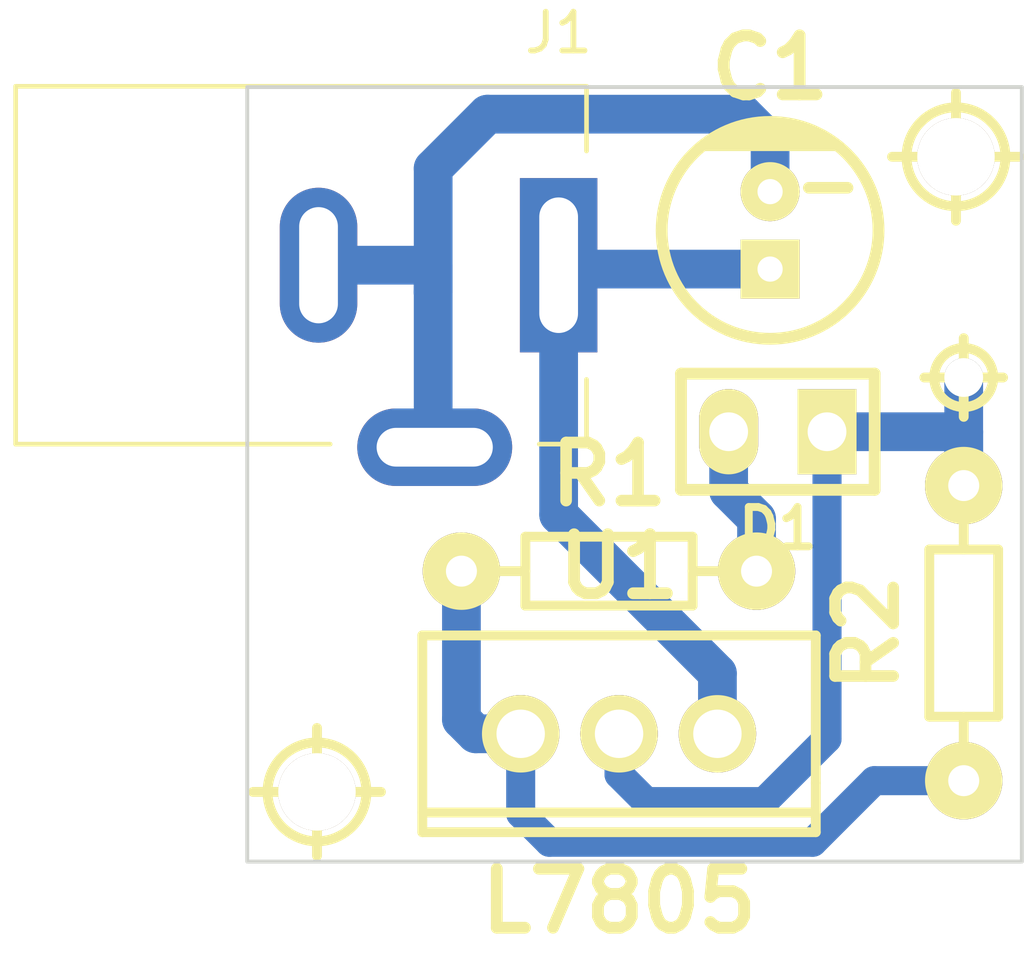
<source format=kicad_pcb>
(kicad_pcb (version 20221018) (generator pcbnew)
  (layers (0 "F.Cu" signal) (31 "B.Cu" signal) (34 "B.Paste" user) (35 "F.Paste" user) (36 "B.SilkS" user "B.Silkscreen") (37 "F.SilkS" user "F.Silkscreen") (38 "B.Mask" user) (39 "F.Mask" user) (44 "Edge.Cuts" user))
  (net 0 "")
  (net 1 "Net-(U1-IN)")
  (net 2 "GND")
  (net 3 "Net-(D1-K)")
  (net 4 "Net-(D1-A)")
  (net 5 "Net-(U1-OUT)")
  (footprint "EESTN5:Pin_strip_2" (layer "F.Cu") (at 73.7 48.9 180)
    (fp_text reference "D1" (at 0 -2.5) (layer "F.SilkS") (effects (font (size 1.016 1.016) (thickness 0.2032))))
    (fp_text value "LED" hide)
    (fp_line (start -2.5 -1.5) (end 2.5 -1.5) (stroke (width 0.3048)) (layer "F.SilkS"))
    (fp_line (start -2.5 1.5) (end -2.5 -1.5) (stroke (width 0.3048)) (layer "F.SilkS"))
    (fp_line (start 2.5 -1.5) (end 2.5 1.5) (stroke (width 0.3048)) (layer "F.SilkS"))
    (fp_line (start 2.5 1.5) (end -2.5 1.5) (stroke (width 0.3048)) (layer "F.SilkS"))
    (pad "1" thru_hole rect (at -1.27 0 180) (size 1.524 2.19964) (drill 1.00076) (layers "*.Cu" "*.Mask" "F.SilkS") (net 3 "Net-(D1-K)"))
    (pad "2" thru_hole oval (at 1.27 0 180) (size 1.524 2.19964) (drill 1.00076) (layers "*.Cu" "*.Mask" "F.SilkS") (net 4 "Net-(D1-A)"))
  )
  (footprint "Connector_BarrelJack:BarrelJack_Kycon_KLDX-0202-xC_Horizontal" (layer "F.Cu") (at 68.04 44.6)
    (fp_text reference "J1" (at 0 -6 unlocked) (layer "F.SilkS"))
    (fp_text value "Jack DC")
    (fp_line (start -14.02 -4.62) (end -14.02 4.62) (stroke (width 0.12)) (layer "F.SilkS"))
    (fp_line (start -14.02 4.62) (end -5.9 4.62) (stroke (width 0.12)) (layer "F.SilkS"))
    (fp_line (start -0.5 4.62) (end 0.72 4.62) (stroke (width 0.12)) (layer "F.SilkS"))
    (fp_line (start 0.72 -4.62) (end -14.02 -4.62) (stroke (width 0.12)) (layer "F.SilkS"))
    (fp_line (start 0.72 -2.95) (end 0.72 -4.62) (stroke (width 0.12)) (layer "F.SilkS"))
    (fp_line (start 0.72 4.62) (end 0.72 2.95) (stroke (width 0.12)) (layer "F.SilkS"))
    (pad "1" thru_hole rect (at 0 0) (size 2 4.5) (drill oval 1 3.5) (layers "*.Cu" "*.Mask") (net 1 "Net-(U1-IN)"))
    (pad "2" thru_hole oval (at -6.2 0) (size 2 4) (drill oval 1 3) (layers "*.Cu" "*.Mask") (net 2 "GND"))
    (pad "3" thru_hole oval (at -3.2 4.7 90) (size 2 4) (drill oval 1 3) (layers "*.Cu" "*.Mask") (net 2 "GND"))
  )
  (footprint "EESTN5:CAP_ELEC_5x11mm" (layer "F.Cu") (at 73.5 43.7)
    (fp_text reference "C1" (at 0 -4.2) (layer "F.SilkS") (effects (font (size 1.524 1.524) (thickness 0.3048))))
    (fp_text value "100uF 25v" hide)
    (fp_line (start -1.7 -2.2) (end 1.7 -2.2) (stroke (width 0.3048)) (layer "F.SilkS"))
    (fp_line (start -1.3 -2.4) (end 1.3 -2.4) (stroke (width 0.3048)) (layer "F.SilkS"))
    (fp_line (start -0.8 -2.6) (end 0.8 -2.6) (stroke (width 0.3048)) (layer "F.SilkS"))
    (fp_line (start 1 -1.1) (end 2 -1.1) (stroke (width 0.3)) (layer "F.SilkS"))
    (fp_circle (center 0 0) (end 2.8 0) (stroke (width 0.3048)) (fill none) (layer "F.SilkS"))
    (pad "1" thru_hole rect (at 0 1) (size 1.524 1.524) (drill 0.65) (layers "*.Cu" "*.Mask" "F.SilkS") (net 1 "Net-(U1-IN)"))
    (pad "2" thru_hole circle (at 0 -1) (size 1.524 1.524) (drill 0.65) (layers "*.Cu" "*.Mask" "F.SilkS") (net 2 "GND"))
  )
  (footprint "EESTN5:TO-220" (layer "F.Cu") (at 69.6 56.7 180)
    (fp_text reference "U1" (at 0 4.318) (layer "F.SilkS") (effects (font (size 1.524 1.524) (thickness 0.3048))))
    (fp_text value "L7805" (at 0 -4.318) (layer "F.SilkS") (effects (font (size 1.524 1.524) (thickness 0.3048))))
    (fp_line (start -5.08 -2.54) (end -5.08 -1.27) (stroke (width 0.254)) (layer "F.SilkS"))
    (fp_line (start -5.08 -2.032) (end 5.08 -2.032) (stroke (width 0.254)) (layer "F.SilkS"))
    (fp_line (start -5.08 -1.27) (end -5.08 2.54) (stroke (width 0.254)) (layer "F.SilkS"))
    (fp_line (start -5.08 2.54) (end 5.08 2.54) (stroke (width 0.254)) (layer "F.SilkS"))
    (fp_line (start 5.08 -2.54) (end -5.08 -2.54) (stroke (width 0.254)) (layer "F.SilkS"))
    (fp_line (start 5.08 2.54) (end 5.08 -2.54) (stroke (width 0.254)) (layer "F.SilkS"))
    (pad "1" thru_hole circle (at -2.54 0 180) (size 2 2) (drill 1.24968) (layers "*.Cu" "*.Mask" "F.SilkS") (net 1 "Net-(U1-IN)"))
    (pad "2" thru_hole circle (at 0 0 180) (size 2 2) (drill 1.24968) (layers "*.Cu" "*.Mask" "F.SilkS") (net 3 "Net-(D1-K)"))
    (pad "3" thru_hole circle (at 2.54 0 180) (size 2 2) (drill 1.24968) (layers "*.Cu" "*.Mask" "F.SilkS") (net 5 "Net-(U1-OUT)"))
  )
  (footprint "EESTN5:hole_2mm" (layer "F.Cu") (at 78.3 41.8)
    (fp_text reference "hole_2mm" hide)
    (fp_text value "VAL**" hide)
    (fp_line (start -1.651 0) (end 1.651 0) (stroke (width 0.254)) (layer "F.SilkS"))
    (fp_line (start 0 -1.651) (end 0 1.651) (stroke (width 0.254)) (layer "F.SilkS"))
    (fp_circle (center 0 0) (end 1.27 -0.127) (stroke (width 0.254)) (fill none) (layer "F.SilkS"))
    (pad "1" thru_hole circle (at 0 0) (size 1.99898 1.99898) (drill 1.99898) (layers "*.Cu" "F.SilkS"))
  )
  (footprint "EESTN5:hole_1mm" (layer "F.Cu") (at 78.5 47.5)
    (fp_text reference "J2" hide)
    (fp_text value "salida" hide)
    (fp_line (start -1.016 0) (end 1.016 0) (stroke (width 0.254)) (layer "F.SilkS"))
    (fp_line (start 0 -1.016) (end 0 1.016) (stroke (width 0.254)) (layer "F.SilkS"))
    (fp_circle (center 0 0) (end 0.762 0) (stroke (width 0.254)) (fill none) (layer "F.SilkS"))
    (pad "1" thru_hole circle (at 0 0) (size 1.00076 1.00076) (drill 1.00076) (layers "*.Cu" "F.SilkS") (net 3 "Net-(D1-K)"))
  )
  (footprint "EESTN5:RES0.3" (layer "F.Cu") (at 69.34 52.5)
    (fp_text reference "R1" (at 0 -2.5) (layer "F.SilkS") (effects (font (size 1.5 1.5) (thickness 0.3))))
    (fp_text value "330" hide)
    (fp_line (start -2.159 -0.889) (end -2.159 0.889) (stroke (width 0.254)) (layer "F.SilkS"))
    (fp_line (start -2.159 0) (end -3.81 0) (stroke (width 0.254)) (layer "F.SilkS"))
    (fp_line (start -2.159 0.889) (end 2.159 0.889) (stroke (width 0.254)) (layer "F.SilkS"))
    (fp_line (start 2.159 -0.889) (end -2.159 -0.889) (stroke (width 0.254)) (layer "F.SilkS"))
    (fp_line (start 2.159 0) (end 3.81 0) (stroke (width 0.254)) (layer "F.SilkS"))
    (fp_line (start 2.159 0.889) (end 2.159 -0.889) (stroke (width 0.254)) (layer "F.SilkS"))
    (pad "1" thru_hole circle (at -3.81 0) (size 1.99898 1.99898) (drill 0.8001) (layers "*.Cu" "*.Mask" "F.SilkS") (net 5 "Net-(U1-OUT)"))
    (pad "2" thru_hole circle (at 3.81 0) (size 1.99898 1.99898) (drill 0.8001) (layers "*.Cu" "*.Mask" "F.SilkS") (net 4 "Net-(D1-A)"))
  )
  (footprint "EESTN5:RES0.3" (layer "F.Cu") (at 78.5 54.1 90)
    (fp_text reference "R2" (at 0 -2.5 90) (layer "F.SilkS") (effects (font (size 1.5 1.5) (thickness 0.3))))
    (fp_text value "22 2W" hide)
    (fp_line (start -2.159 -0.889) (end -2.159 0.889) (stroke (width 0.254)) (layer "F.SilkS"))
    (fp_line (start -2.159 0) (end -3.81 0) (stroke (width 0.254)) (layer "F.SilkS"))
    (fp_line (start -2.159 0.889) (end 2.159 0.889) (stroke (width 0.254)) (layer "F.SilkS"))
    (fp_line (start 2.159 -0.889) (end -2.159 -0.889) (stroke (width 0.254)) (layer "F.SilkS"))
    (fp_line (start 2.159 0) (end 3.81 0) (stroke (width 0.254)) (layer "F.SilkS"))
    (fp_line (start 2.159 0.889) (end 2.159 -0.889) (stroke (width 0.254)) (layer "F.SilkS"))
    (pad "1" thru_hole circle (at -3.81 0 90) (size 1.99898 1.99898) (drill 0.8001) (layers "*.Cu" "*.Mask" "F.SilkS") (net 5 "Net-(U1-OUT)"))
    (pad "2" thru_hole circle (at 3.81 0 90) (size 1.99898 1.99898) (drill 0.8001) (layers "*.Cu" "*.Mask" "F.SilkS") (net 3 "Net-(D1-K)"))
  )
  (footprint "EESTN5:hole_2mm" (layer "F.Cu") (at 61.8 58.2)
    (fp_text reference "hole_2mm" hide)
    (fp_text value "VAL**" hide)
    (fp_line (start -1.651 0) (end 1.651 0) (stroke (width 0.254)) (layer "F.SilkS"))
    (fp_line (start 0 -1.651) (end 0 1.651) (stroke (width 0.254)) (layer "F.SilkS"))
    (fp_circle (center 0 0) (end 1.27 -0.127) (stroke (width 0.254)) (fill none) (layer "F.SilkS"))
    (pad "1" thru_hole circle (at 0 0) (size 1.99898 1.99898) (drill 1.99898) (layers "*.Cu" "F.SilkS"))
  )
  (gr_rect (start 60 40) (end 80 60) (stroke (width 0.1)) (fill none) (layer "Edge.Cuts"))
  (segment (start 68.04 44.6) (end 68.04 51.04) (width 1) (layer "B.Cu") (net 1))
  (segment (start 72.14 55.14) (end 72.14 56.7) (width 1) (layer "B.Cu") (net 1))
  (segment (start 68.04 51.04) (end 72.14 55.14) (width 1) (layer "B.Cu") (net 1))
  (segment (start 73.5 44.7) (end 68.14 44.7) (width 1) (layer "B.Cu") (net 1))
  (segment (start 68.14 44.7) (end 68.04 44.6) (width 1) (layer "B.Cu") (net 1))
  (segment (start 66.2 40.7) (end 72.8 40.7) (width 1) (layer "B.Cu") (net 2))
  (segment (start 64.8 45.3) (end 64.8 42.1) (width 1) (layer "B.Cu") (net 2))
  (segment (start 72.8 40.7) (end 73.5 41.4) (width 1) (layer "B.Cu") (net 2))
  (segment (start 61.84 44.6) (end 64.8 44.6) (width 1) (layer "B.Cu") (net 2))
  (segment (start 64.8 49.26) (end 64.84 49.3) (width 1) (layer "B.Cu") (net 2))
  (segment (start 73.5 41.4) (end 73.5 42.7) (width 1) (layer "B.Cu") (net 2))
  (segment (start 64.8 45.3) (end 64.8 49.26) (width 1) (layer "B.Cu") (net 2))
  (segment (start 64.8 42.1) (end 66.2 40.7) (width 1) (layer "B.Cu") (net 2))
  (segment (start 64.8 44.6) (end 64.8 45.3) (width 1) (layer "B.Cu") (net 2))
  (segment (start 69.6 57.75) (end 70.3 58.45) (width 0.75) (layer "B.Cu") (net 3))
  (segment (start 74.97 48.9) (end 78.5 48.9) (width 1) (layer "B.Cu") (net 3))
  (segment (start 74.97 56.83) (end 74.97 48.9) (width 0.75) (layer "B.Cu") (net 3))
  (segment (start 78.5 50.29) (end 78.5 47.5) (width 1) (layer "B.Cu") (net 3))
  (segment (start 69.6 56.7) (end 69.6 57.75) (width 0.75) (layer "B.Cu") (net 3))
  (segment (start 70.3 58.45) (end 73.35 58.45) (width 0.75) (layer "B.Cu") (net 3))
  (segment (start 73.35 58.45) (end 74.97 56.83) (width 0.75) (layer "B.Cu") (net 3))
  (segment (start 78.5 48.9) (end 78.5 50.29) (width 1) (layer "B.Cu") (net 3))
  (segment (start 73.15 52.5) (end 73.15 51.15) (width 1) (layer "B.Cu") (net 4))
  (segment (start 72.43 50.43) (end 72.43 48.9) (width 1) (layer "B.Cu") (net 4))
  (segment (start 73.15 51.15) (end 72.43 50.43) (width 1) (layer "B.Cu") (net 4))
  (segment (start 67.06 58.76) (end 67.8 59.5) (width 0.75) (layer "B.Cu") (net 5))
  (segment (start 65.9 56.7) (end 67.06 56.7) (width 1) (layer "B.Cu") (net 5))
  (segment (start 67.8 59.5) (end 74.6 59.5) (width 0.75) (layer "B.Cu") (net 5))
  (segment (start 65.53 52.5) (end 65.53 56.33) (width 1) (layer "B.Cu") (net 5))
  (segment (start 76.19 57.91) (end 78.5 57.91) (width 0.75) (layer "B.Cu") (net 5))
  (segment (start 65.53 56.33) (end 65.9 56.7) (width 1) (layer "B.Cu") (net 5))
  (segment (start 67.06 56.7) (end 67.06 58.76) (width 0.75) (layer "B.Cu") (net 5))
  (segment (start 74.6 59.5) (end 76.19 57.91) (width 0.75) (layer "B.Cu") (net 5))
)
</source>
